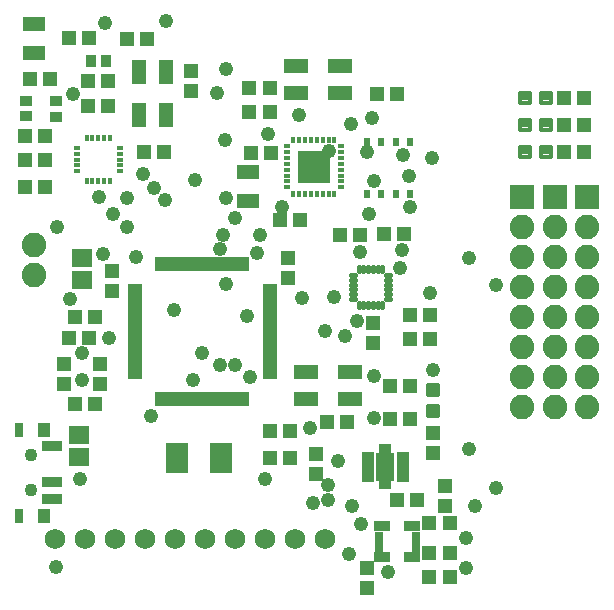
<source format=gts>
G75*
%MOIN*%
%OFA0B0*%
%FSLAX25Y25*%
%IPPOS*%
%LPD*%
%AMOC8*
5,1,8,0,0,1.08239X$1,22.5*
%
%ADD10R,0.04737X0.05131*%
%ADD11R,0.05131X0.04737*%
%ADD12R,0.08200X0.08200*%
%ADD13C,0.08200*%
%ADD14R,0.02953X0.06693*%
%ADD15R,0.05315X0.03543*%
%ADD16R,0.06706X0.05918*%
%ADD17C,0.01421*%
%ADD18R,0.05131X0.01922*%
%ADD19R,0.01922X0.05131*%
%ADD20R,0.04146X0.01969*%
%ADD21R,0.01902X0.03556*%
%ADD22R,0.06496X0.09448*%
%ADD23R,0.07493X0.10249*%
%ADD24R,0.08280X0.05131*%
%ADD25C,0.06800*%
%ADD26R,0.07493X0.04737*%
%ADD27R,0.03556X0.04343*%
%ADD28R,0.04343X0.03556*%
%ADD29R,0.05131X0.08280*%
%ADD30R,0.02375X0.03162*%
%ADD31C,0.01706*%
%ADD32R,0.06706X0.03556*%
%ADD33R,0.03162X0.04737*%
%ADD34R,0.03950X0.04737*%
%ADD35C,0.04343*%
%ADD36R,0.02375X0.01784*%
%ADD37R,0.01784X0.02375*%
%ADD38R,0.10800X0.10800*%
%ADD39C,0.04800*%
%ADD40C,0.04762*%
D10*
X0108800Y0144454D03*
X0108800Y0151146D03*
X0120800Y0151146D03*
X0120800Y0144454D03*
X0124800Y0175454D03*
X0124800Y0182146D03*
X0151200Y0242054D03*
X0151200Y0248746D03*
X0183500Y0186246D03*
X0183500Y0179554D03*
X0211700Y0164646D03*
X0211700Y0157954D03*
X0231800Y0128146D03*
X0231800Y0121454D03*
X0235900Y0110346D03*
X0235900Y0103654D03*
X0209800Y0083146D03*
X0209800Y0076454D03*
X0192800Y0114454D03*
X0192800Y0121146D03*
D11*
X0184146Y0119800D03*
X0177454Y0119800D03*
X0177454Y0128800D03*
X0184146Y0128800D03*
X0196454Y0131800D03*
X0203146Y0131800D03*
X0217454Y0132800D03*
X0224146Y0132800D03*
X0224146Y0143800D03*
X0217454Y0143800D03*
X0223954Y0159500D03*
X0230646Y0159500D03*
X0230746Y0167500D03*
X0224054Y0167500D03*
X0222146Y0194400D03*
X0215454Y0194400D03*
X0207346Y0194200D03*
X0200654Y0194200D03*
X0187446Y0199200D03*
X0180754Y0199200D03*
X0177646Y0221300D03*
X0170954Y0221300D03*
X0170554Y0235100D03*
X0177246Y0235100D03*
X0177246Y0243200D03*
X0170554Y0243200D03*
X0142046Y0221800D03*
X0135354Y0221800D03*
X0123446Y0237200D03*
X0116754Y0237200D03*
X0116754Y0245300D03*
X0123446Y0245300D03*
X0129854Y0259500D03*
X0136546Y0259500D03*
X0117046Y0259600D03*
X0110354Y0259600D03*
X0103946Y0246200D03*
X0097254Y0246200D03*
X0095854Y0227200D03*
X0102546Y0227200D03*
X0102546Y0219100D03*
X0095854Y0219100D03*
X0095854Y0210100D03*
X0102546Y0210100D03*
X0112454Y0166800D03*
X0119146Y0166800D03*
X0117146Y0159800D03*
X0110454Y0159800D03*
X0112454Y0137800D03*
X0119146Y0137800D03*
X0213054Y0240900D03*
X0219746Y0240900D03*
X0275454Y0239800D03*
X0282146Y0239800D03*
X0282146Y0230800D03*
X0275454Y0230800D03*
X0275454Y0221800D03*
X0282146Y0221800D03*
X0226446Y0105600D03*
X0219754Y0105600D03*
X0230554Y0098000D03*
X0237246Y0098000D03*
X0237246Y0088000D03*
X0230554Y0088000D03*
X0230554Y0080000D03*
X0237246Y0080000D03*
D12*
X0261400Y0206800D03*
X0272300Y0206800D03*
X0283200Y0206800D03*
D13*
X0283200Y0196800D03*
X0283200Y0186800D03*
X0283200Y0176800D03*
X0283200Y0166800D03*
X0283200Y0156800D03*
X0283200Y0146800D03*
X0283200Y0136800D03*
X0272300Y0136800D03*
X0272300Y0146800D03*
X0272300Y0156800D03*
X0272300Y0166800D03*
X0272300Y0176800D03*
X0272300Y0186800D03*
X0272300Y0196800D03*
X0261400Y0196800D03*
X0261400Y0186800D03*
X0261400Y0176800D03*
X0261400Y0166800D03*
X0261400Y0156800D03*
X0261400Y0146800D03*
X0261400Y0136800D03*
X0098800Y0180800D03*
X0098800Y0190800D03*
D14*
X0213599Y0091800D03*
X0226001Y0091800D03*
D15*
X0224820Y0086682D03*
X0224820Y0096918D03*
X0214780Y0096918D03*
X0214780Y0086682D03*
D16*
X0113800Y0120060D03*
X0113800Y0127540D03*
X0114800Y0179060D03*
X0114800Y0186540D03*
D17*
X0230142Y0143911D02*
X0233458Y0143911D01*
X0233458Y0140595D01*
X0230142Y0140595D01*
X0230142Y0143911D01*
X0230142Y0142015D02*
X0233458Y0142015D01*
X0233458Y0143435D02*
X0230142Y0143435D01*
X0230142Y0137005D02*
X0233458Y0137005D01*
X0233458Y0133689D01*
X0230142Y0133689D01*
X0230142Y0137005D01*
X0230142Y0135109D02*
X0233458Y0135109D01*
X0233458Y0136529D02*
X0230142Y0136529D01*
X0260689Y0220142D02*
X0260689Y0223458D01*
X0264005Y0223458D01*
X0264005Y0220142D01*
X0260689Y0220142D01*
X0260689Y0221562D02*
X0264005Y0221562D01*
X0264005Y0222982D02*
X0260689Y0222982D01*
X0260689Y0229142D02*
X0260689Y0232458D01*
X0264005Y0232458D01*
X0264005Y0229142D01*
X0260689Y0229142D01*
X0260689Y0230562D02*
X0264005Y0230562D01*
X0264005Y0231982D02*
X0260689Y0231982D01*
X0260689Y0238142D02*
X0260689Y0241458D01*
X0264005Y0241458D01*
X0264005Y0238142D01*
X0260689Y0238142D01*
X0260689Y0239562D02*
X0264005Y0239562D01*
X0264005Y0240982D02*
X0260689Y0240982D01*
X0267595Y0241458D02*
X0267595Y0238142D01*
X0267595Y0241458D02*
X0270911Y0241458D01*
X0270911Y0238142D01*
X0267595Y0238142D01*
X0267595Y0239562D02*
X0270911Y0239562D01*
X0270911Y0240982D02*
X0267595Y0240982D01*
X0267595Y0232458D02*
X0267595Y0229142D01*
X0267595Y0232458D02*
X0270911Y0232458D01*
X0270911Y0229142D01*
X0267595Y0229142D01*
X0267595Y0230562D02*
X0270911Y0230562D01*
X0270911Y0231982D02*
X0267595Y0231982D01*
X0267595Y0223458D02*
X0267595Y0220142D01*
X0267595Y0223458D02*
X0270911Y0223458D01*
X0270911Y0220142D01*
X0267595Y0220142D01*
X0267595Y0221562D02*
X0270911Y0221562D01*
X0270911Y0222982D02*
X0267595Y0222982D01*
D18*
X0177241Y0176564D03*
X0177241Y0174595D03*
X0177241Y0172627D03*
X0177241Y0170658D03*
X0177241Y0168690D03*
X0177241Y0166721D03*
X0177241Y0164753D03*
X0177241Y0162784D03*
X0177241Y0160816D03*
X0177241Y0158847D03*
X0177241Y0156879D03*
X0177241Y0154910D03*
X0177241Y0152942D03*
X0177241Y0150973D03*
X0177241Y0149005D03*
X0177241Y0147036D03*
X0132359Y0147036D03*
X0132359Y0149005D03*
X0132359Y0150973D03*
X0132359Y0152942D03*
X0132359Y0154910D03*
X0132359Y0156879D03*
X0132359Y0158847D03*
X0132359Y0160816D03*
X0132359Y0162784D03*
X0132359Y0164753D03*
X0132359Y0166721D03*
X0132359Y0168690D03*
X0132359Y0170658D03*
X0132359Y0172627D03*
X0132359Y0174595D03*
X0132359Y0176564D03*
D19*
X0140036Y0184241D03*
X0142005Y0184241D03*
X0143973Y0184241D03*
X0145942Y0184241D03*
X0147910Y0184241D03*
X0149879Y0184241D03*
X0151847Y0184241D03*
X0153816Y0184241D03*
X0155784Y0184241D03*
X0157753Y0184241D03*
X0159721Y0184241D03*
X0161690Y0184241D03*
X0163658Y0184241D03*
X0165627Y0184241D03*
X0167595Y0184241D03*
X0169564Y0184241D03*
X0169564Y0139359D03*
X0167595Y0139359D03*
X0165627Y0139359D03*
X0163658Y0139359D03*
X0161690Y0139359D03*
X0159721Y0139359D03*
X0157753Y0139359D03*
X0155784Y0139359D03*
X0153816Y0139359D03*
X0151847Y0139359D03*
X0149879Y0139359D03*
X0147910Y0139359D03*
X0145942Y0139359D03*
X0143973Y0139359D03*
X0142005Y0139359D03*
X0140036Y0139359D03*
D20*
X0209993Y0120737D03*
X0209993Y0118769D03*
X0209993Y0116800D03*
X0209993Y0114831D03*
X0209993Y0112863D03*
X0221607Y0112863D03*
X0221607Y0114831D03*
X0221607Y0116800D03*
X0221607Y0118769D03*
X0221607Y0120737D03*
D21*
X0216784Y0122706D03*
X0214816Y0122706D03*
X0214816Y0110894D03*
X0216784Y0110894D03*
D22*
X0215800Y0116800D03*
D23*
X0161083Y0119800D03*
X0146517Y0119800D03*
D24*
X0189517Y0139272D03*
X0189517Y0148328D03*
X0204083Y0148328D03*
X0204083Y0139272D03*
X0200783Y0241372D03*
X0200783Y0250428D03*
X0186217Y0250428D03*
X0186217Y0241372D03*
D25*
X0185800Y0092800D03*
X0175800Y0092800D03*
X0165800Y0092800D03*
X0155800Y0092800D03*
X0145800Y0092800D03*
X0135800Y0092800D03*
X0125800Y0092800D03*
X0115800Y0092800D03*
X0105800Y0092800D03*
X0195800Y0092800D03*
D26*
X0170000Y0205279D03*
X0170000Y0215121D03*
X0098700Y0254579D03*
X0098700Y0264421D03*
D27*
X0117641Y0252100D03*
X0122759Y0252100D03*
D28*
X0106200Y0238659D03*
X0106200Y0233541D03*
X0096000Y0233641D03*
X0096000Y0238759D03*
D29*
X0133672Y0233917D03*
X0142728Y0233917D03*
X0142728Y0248483D03*
X0133672Y0248483D03*
D30*
X0209813Y0225161D03*
X0214538Y0225161D03*
X0219262Y0225161D03*
X0223987Y0225161D03*
X0223987Y0207839D03*
X0219262Y0207839D03*
X0214538Y0207839D03*
X0209813Y0207839D03*
D31*
X0210113Y0183334D02*
X0210113Y0181878D01*
X0211687Y0181878D02*
X0211687Y0183334D01*
X0213262Y0183334D02*
X0213262Y0181878D01*
X0214837Y0181878D02*
X0214837Y0183334D01*
X0216078Y0180637D02*
X0217534Y0180637D01*
X0217534Y0179062D02*
X0216078Y0179062D01*
X0216078Y0177487D02*
X0217534Y0177487D01*
X0217534Y0175913D02*
X0216078Y0175913D01*
X0216078Y0174338D02*
X0217534Y0174338D01*
X0217534Y0172763D02*
X0216078Y0172763D01*
X0214837Y0171522D02*
X0214837Y0170066D01*
X0213262Y0170066D02*
X0213262Y0171522D01*
X0211687Y0171522D02*
X0211687Y0170066D01*
X0210113Y0170066D02*
X0210113Y0171522D01*
X0208538Y0171522D02*
X0208538Y0170066D01*
X0206963Y0170066D02*
X0206963Y0171522D01*
X0205722Y0172763D02*
X0204266Y0172763D01*
X0204266Y0174338D02*
X0205722Y0174338D01*
X0205722Y0175913D02*
X0204266Y0175913D01*
X0204266Y0177487D02*
X0205722Y0177487D01*
X0205722Y0179062D02*
X0204266Y0179062D01*
X0204266Y0180637D02*
X0205722Y0180637D01*
X0206963Y0181878D02*
X0206963Y0183334D01*
X0208538Y0183334D02*
X0208538Y0181878D01*
D32*
X0104690Y0123658D03*
X0104690Y0111847D03*
X0104690Y0105942D03*
D33*
X0093863Y0100430D03*
X0093863Y0129170D03*
D34*
X0102131Y0129170D03*
X0102131Y0100430D03*
D35*
X0097800Y0108894D03*
X0097800Y0120706D03*
D36*
X0113113Y0215263D03*
X0113113Y0217231D03*
X0113113Y0219200D03*
X0113113Y0221169D03*
X0113113Y0223137D03*
X0127287Y0223137D03*
X0127287Y0221169D03*
X0127287Y0219200D03*
X0127287Y0217231D03*
X0127287Y0215263D03*
X0182945Y0215816D03*
X0182945Y0217784D03*
X0182945Y0219753D03*
X0182945Y0221721D03*
X0182945Y0223690D03*
X0182945Y0213847D03*
X0182945Y0211879D03*
X0182945Y0209910D03*
X0201055Y0209910D03*
X0201055Y0211879D03*
X0201055Y0213847D03*
X0201055Y0215816D03*
X0201055Y0217784D03*
X0201055Y0219753D03*
X0201055Y0221721D03*
X0201055Y0223690D03*
D37*
X0198890Y0225855D03*
X0196921Y0225855D03*
X0194953Y0225855D03*
X0192984Y0225855D03*
X0191016Y0225855D03*
X0189047Y0225855D03*
X0187079Y0225855D03*
X0185110Y0225855D03*
X0185110Y0207745D03*
X0187079Y0207745D03*
X0189047Y0207745D03*
X0191016Y0207745D03*
X0192984Y0207745D03*
X0194953Y0207745D03*
X0196921Y0207745D03*
X0198890Y0207745D03*
X0124137Y0212113D03*
X0122169Y0212113D03*
X0120200Y0212113D03*
X0118231Y0212113D03*
X0116263Y0212113D03*
X0116263Y0226287D03*
X0118231Y0226287D03*
X0120200Y0226287D03*
X0122169Y0226287D03*
X0124137Y0226287D03*
D38*
X0192000Y0216800D03*
D39*
X0151800Y0145800D03*
X0137800Y0133800D03*
X0114800Y0145800D03*
X0114800Y0154800D03*
X0123800Y0159800D03*
X0110800Y0172800D03*
X0121800Y0187800D03*
D40*
X0129700Y0196600D03*
X0125000Y0201100D03*
X0129900Y0206500D03*
X0138800Y0209800D03*
X0142300Y0205800D03*
X0135100Y0214500D03*
X0120300Y0206700D03*
X0106500Y0196700D03*
X0132800Y0186800D03*
X0145300Y0169200D03*
X0154800Y0154800D03*
X0160800Y0150800D03*
X0165800Y0150800D03*
X0170800Y0146800D03*
X0169700Y0167100D03*
X0162800Y0177800D03*
X0160900Y0189300D03*
X0161900Y0194000D03*
X0165800Y0199800D03*
X0162800Y0206300D03*
X0152300Y0212300D03*
X0162300Y0225800D03*
X0176800Y0227800D03*
X0187100Y0234100D03*
X0197200Y0221900D03*
X0204300Y0231000D03*
X0211400Y0233200D03*
X0209600Y0221700D03*
X0212000Y0212200D03*
X0210400Y0201000D03*
X0207300Y0188500D03*
X0198800Y0173300D03*
X0206500Y0165400D03*
X0202300Y0160500D03*
X0195600Y0162100D03*
X0188000Y0172900D03*
X0173100Y0187900D03*
X0174000Y0194100D03*
X0181300Y0203300D03*
X0159800Y0241300D03*
X0162800Y0249300D03*
X0142800Y0265300D03*
X0122400Y0264700D03*
X0111600Y0240900D03*
X0212200Y0146900D03*
X0212200Y0132900D03*
X0200200Y0118700D03*
X0196800Y0110800D03*
X0196800Y0105800D03*
X0191800Y0104800D03*
X0204800Y0103800D03*
X0207800Y0097800D03*
X0203800Y0087800D03*
X0216800Y0081800D03*
X0242900Y0083000D03*
X0242900Y0093000D03*
X0245800Y0103800D03*
X0252800Y0109800D03*
X0243800Y0122800D03*
X0231900Y0149200D03*
X0230800Y0174800D03*
X0220800Y0183200D03*
X0221400Y0189200D03*
X0224200Y0203300D03*
X0223700Y0213600D03*
X0221700Y0220600D03*
X0231300Y0219700D03*
X0243800Y0186300D03*
X0252800Y0177300D03*
X0283200Y0136800D03*
X0190800Y0129800D03*
X0175800Y0112800D03*
X0114100Y0112800D03*
X0106000Y0083300D03*
M02*

</source>
